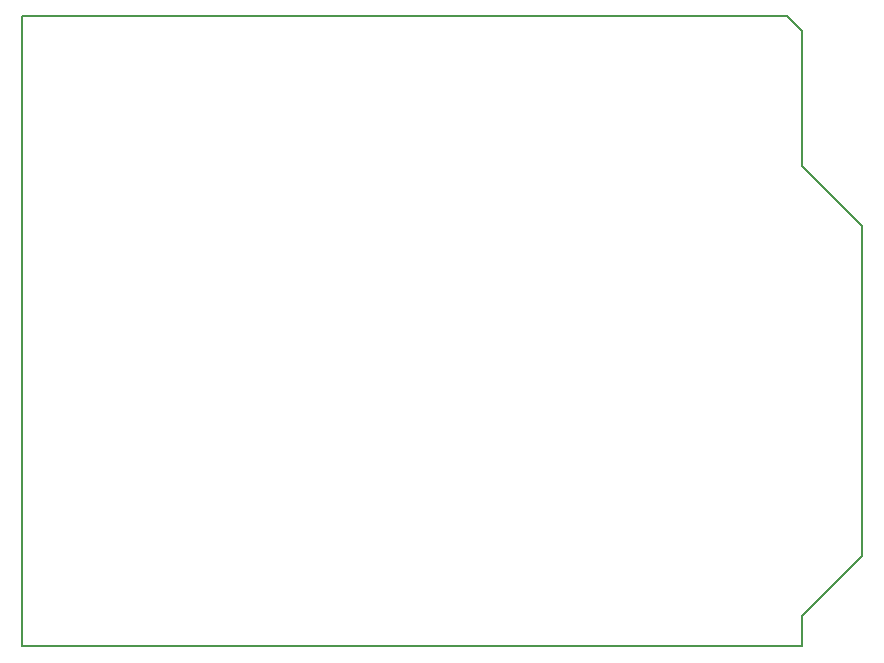
<source format=gm1>
G04 #@! TF.FileFunction,Profile,NP*
%FSLAX46Y46*%
G04 Gerber Fmt 4.6, Leading zero omitted, Abs format (unit mm)*
G04 Created by KiCad (PCBNEW 4.0.1-3.201512221402+6198~38~ubuntu14.04.1-stable) date Sun 14 Feb 2016 09:49:56 PM PST*
%MOMM*%
G01*
G04 APERTURE LIST*
%ADD10C,0.100000*%
%ADD11C,0.150000*%
G04 APERTURE END LIST*
D10*
D11*
X152400000Y-64770000D02*
X87630000Y-64770000D01*
X153670000Y-66040000D02*
X152400000Y-64770000D01*
X153670000Y-77470000D02*
X153670000Y-66040000D01*
X158750000Y-82550000D02*
X153670000Y-77470000D01*
X158750000Y-110490000D02*
X158750000Y-82550000D01*
X153670000Y-115570000D02*
X158750000Y-110490000D01*
X153670000Y-118110000D02*
X153670000Y-115570000D01*
X87630000Y-118110000D02*
X153670000Y-118110000D01*
X87630000Y-64770000D02*
X87630000Y-118110000D01*
M02*

</source>
